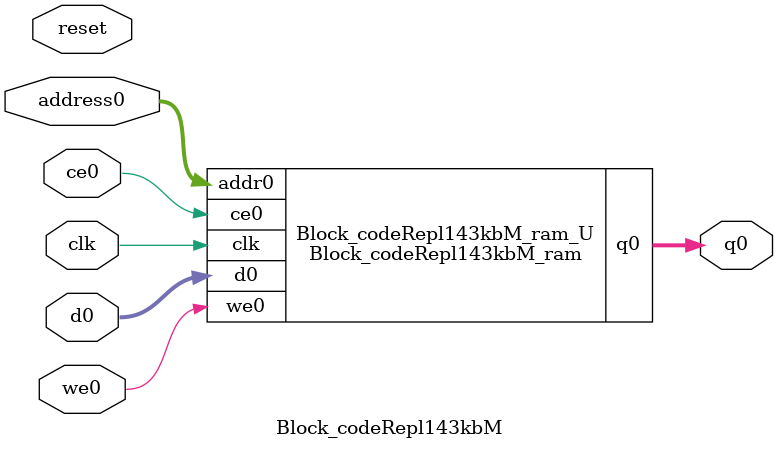
<source format=v>
`timescale 1 ns / 1 ps
module Block_codeRepl143kbM_ram (addr0, ce0, d0, we0, q0,  clk);

parameter DWIDTH = 8;
parameter AWIDTH = 2;
parameter MEM_SIZE = 3;

input[AWIDTH-1:0] addr0;
input ce0;
input[DWIDTH-1:0] d0;
input we0;
output reg[DWIDTH-1:0] q0;
input clk;

(* ram_style = "distributed" *)reg [DWIDTH-1:0] ram[0:MEM_SIZE-1];




always @(posedge clk)  
begin 
    if (ce0) begin
        if (we0) 
            ram[addr0] <= d0; 
        q0 <= ram[addr0];
    end
end


endmodule

`timescale 1 ns / 1 ps
module Block_codeRepl143kbM(
    reset,
    clk,
    address0,
    ce0,
    we0,
    d0,
    q0);

parameter DataWidth = 32'd8;
parameter AddressRange = 32'd3;
parameter AddressWidth = 32'd2;
input reset;
input clk;
input[AddressWidth - 1:0] address0;
input ce0;
input we0;
input[DataWidth - 1:0] d0;
output[DataWidth - 1:0] q0;



Block_codeRepl143kbM_ram Block_codeRepl143kbM_ram_U(
    .clk( clk ),
    .addr0( address0 ),
    .ce0( ce0 ),
    .we0( we0 ),
    .d0( d0 ),
    .q0( q0 ));

endmodule


</source>
